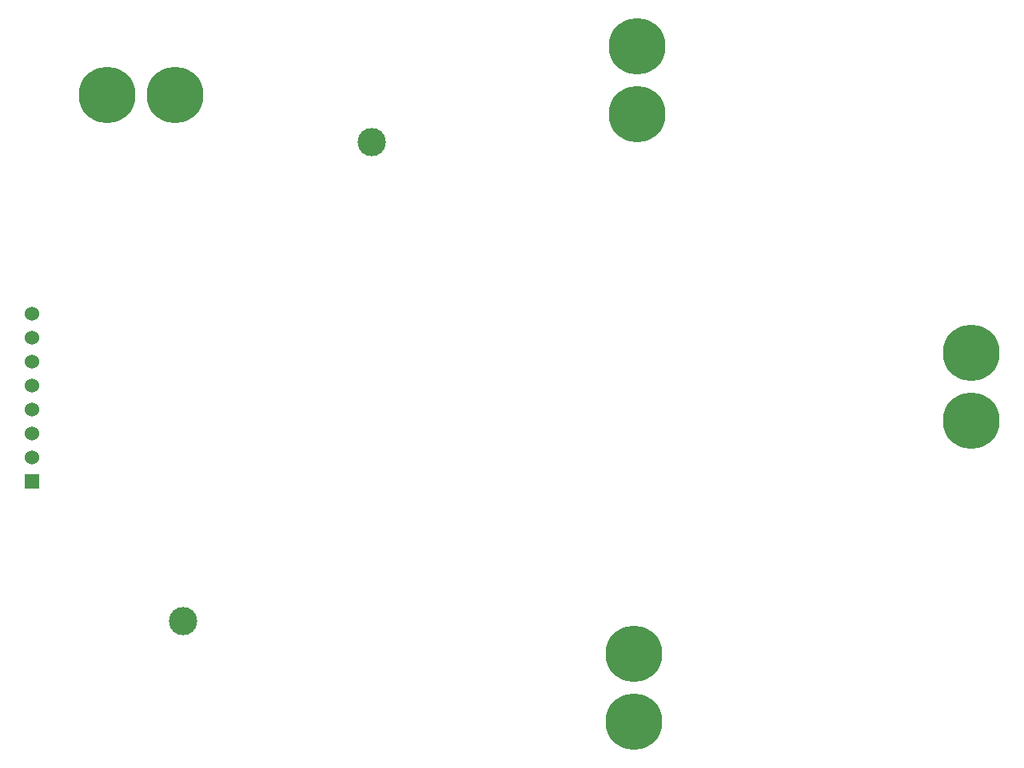
<source format=gbr>
%TF.GenerationSoftware,Altium Limited,Altium Designer,19.1.8 (144)*%
G04 Layer_Color=255*
%FSLAX26Y26*%
%MOIN*%
%TF.FileFunction,Pads,Bot*%
%TF.Part,Single*%
G01*
G75*
%TA.AperFunction,ComponentPad*%
%ADD26C,0.236220*%
%ADD27C,0.060000*%
%ADD28R,0.060000X0.060000*%
%TA.AperFunction,ViaPad*%
%ADD29C,0.118110*%
D26*
X4228346Y1905512D02*
D03*
Y1622047D02*
D03*
X2822835Y366142D02*
D03*
Y649606D02*
D03*
X2834646Y2901575D02*
D03*
Y3185039D02*
D03*
X625984Y2980315D02*
D03*
X909449D02*
D03*
D27*
X310039Y2068700D02*
D03*
Y1968700D02*
D03*
Y1868700D02*
D03*
Y1768700D02*
D03*
Y1668700D02*
D03*
Y1568700D02*
D03*
Y1468700D02*
D03*
D28*
Y1368700D02*
D03*
D29*
X941142Y786417D02*
D03*
X1729331Y2786417D02*
D03*
%TF.MD5,5c0d57fe6b7334d026f9b89b63d978f0*%
M02*

</source>
